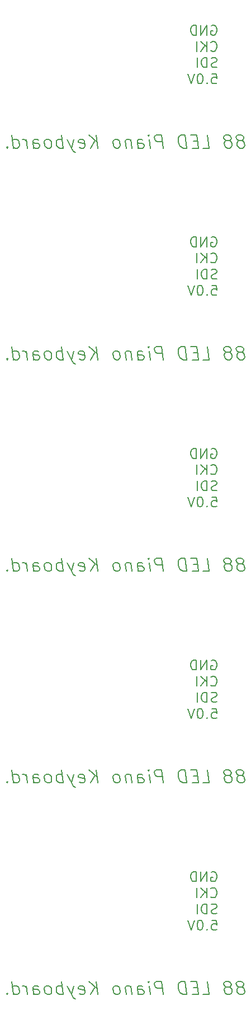
<source format=gbr>
G04 #@! TF.GenerationSoftware,KiCad,Pcbnew,(5.1.5)-3*
G04 #@! TF.CreationDate,2020-04-14T19:59:01+09:00*
G04 #@! TF.ProjectId,APA102_MENZUKE5_base,41504131-3032-45f4-9d45-4e5a554b4535,rev?*
G04 #@! TF.SameCoordinates,Original*
G04 #@! TF.FileFunction,Legend,Bot*
G04 #@! TF.FilePolarity,Positive*
%FSLAX46Y46*%
G04 Gerber Fmt 4.6, Leading zero omitted, Abs format (unit mm)*
G04 Created by KiCad (PCBNEW (5.1.5)-3) date 2020-04-14 19:59:01*
%MOMM*%
%LPD*%
G04 APERTURE LIST*
%ADD10C,0.200000*%
G04 APERTURE END LIST*
D10*
X356127142Y-178475000D02*
X356270000Y-178403571D01*
X356484285Y-178403571D01*
X356698571Y-178475000D01*
X356841428Y-178617857D01*
X356912857Y-178760714D01*
X356984285Y-179046428D01*
X356984285Y-179260714D01*
X356912857Y-179546428D01*
X356841428Y-179689285D01*
X356698571Y-179832142D01*
X356484285Y-179903571D01*
X356341428Y-179903571D01*
X356127142Y-179832142D01*
X356055714Y-179760714D01*
X356055714Y-179260714D01*
X356341428Y-179260714D01*
X355412857Y-179903571D02*
X355412857Y-178403571D01*
X354555714Y-179903571D01*
X354555714Y-178403571D01*
X353841428Y-179903571D02*
X353841428Y-178403571D01*
X353484285Y-178403571D01*
X353270000Y-178475000D01*
X353127142Y-178617857D01*
X353055714Y-178760714D01*
X352984285Y-179046428D01*
X352984285Y-179260714D01*
X353055714Y-179546428D01*
X353127142Y-179689285D01*
X353270000Y-179832142D01*
X353484285Y-179903571D01*
X353841428Y-179903571D01*
X356055714Y-182210714D02*
X356127142Y-182282142D01*
X356341428Y-182353571D01*
X356484285Y-182353571D01*
X356698571Y-182282142D01*
X356841428Y-182139285D01*
X356912857Y-181996428D01*
X356984285Y-181710714D01*
X356984285Y-181496428D01*
X356912857Y-181210714D01*
X356841428Y-181067857D01*
X356698571Y-180925000D01*
X356484285Y-180853571D01*
X356341428Y-180853571D01*
X356127142Y-180925000D01*
X356055714Y-180996428D01*
X355412857Y-182353571D02*
X355412857Y-180853571D01*
X354555714Y-182353571D02*
X355198571Y-181496428D01*
X354555714Y-180853571D02*
X355412857Y-181710714D01*
X353912857Y-182353571D02*
X353912857Y-180853571D01*
X356984285Y-184732142D02*
X356770000Y-184803571D01*
X356412857Y-184803571D01*
X356270000Y-184732142D01*
X356198571Y-184660714D01*
X356127142Y-184517857D01*
X356127142Y-184375000D01*
X356198571Y-184232142D01*
X356270000Y-184160714D01*
X356412857Y-184089285D01*
X356698571Y-184017857D01*
X356841428Y-183946428D01*
X356912857Y-183875000D01*
X356984285Y-183732142D01*
X356984285Y-183589285D01*
X356912857Y-183446428D01*
X356841428Y-183375000D01*
X356698571Y-183303571D01*
X356341428Y-183303571D01*
X356127142Y-183375000D01*
X355484285Y-184803571D02*
X355484285Y-183303571D01*
X355127142Y-183303571D01*
X354912857Y-183375000D01*
X354770000Y-183517857D01*
X354698571Y-183660714D01*
X354627142Y-183946428D01*
X354627142Y-184160714D01*
X354698571Y-184446428D01*
X354770000Y-184589285D01*
X354912857Y-184732142D01*
X355127142Y-184803571D01*
X355484285Y-184803571D01*
X353984285Y-184803571D02*
X353984285Y-183303571D01*
X356198571Y-185753571D02*
X356912857Y-185753571D01*
X356984285Y-186467857D01*
X356912857Y-186396428D01*
X356770000Y-186325000D01*
X356412857Y-186325000D01*
X356270000Y-186396428D01*
X356198571Y-186467857D01*
X356127142Y-186610714D01*
X356127142Y-186967857D01*
X356198571Y-187110714D01*
X356270000Y-187182142D01*
X356412857Y-187253571D01*
X356770000Y-187253571D01*
X356912857Y-187182142D01*
X356984285Y-187110714D01*
X355484285Y-187110714D02*
X355412857Y-187182142D01*
X355484285Y-187253571D01*
X355555714Y-187182142D01*
X355484285Y-187110714D01*
X355484285Y-187253571D01*
X354484285Y-185753571D02*
X354341428Y-185753571D01*
X354198571Y-185825000D01*
X354127142Y-185896428D01*
X354055714Y-186039285D01*
X353984285Y-186325000D01*
X353984285Y-186682142D01*
X354055714Y-186967857D01*
X354127142Y-187110714D01*
X354198571Y-187182142D01*
X354341428Y-187253571D01*
X354484285Y-187253571D01*
X354627142Y-187182142D01*
X354698571Y-187110714D01*
X354770000Y-186967857D01*
X354841428Y-186682142D01*
X354841428Y-186325000D01*
X354770000Y-186039285D01*
X354698571Y-185896428D01*
X354627142Y-185825000D01*
X354484285Y-185753571D01*
X353555714Y-185753571D02*
X353055714Y-187253571D01*
X352555714Y-185753571D01*
X356127142Y-146475000D02*
X356270000Y-146403571D01*
X356484285Y-146403571D01*
X356698571Y-146475000D01*
X356841428Y-146617857D01*
X356912857Y-146760714D01*
X356984285Y-147046428D01*
X356984285Y-147260714D01*
X356912857Y-147546428D01*
X356841428Y-147689285D01*
X356698571Y-147832142D01*
X356484285Y-147903571D01*
X356341428Y-147903571D01*
X356127142Y-147832142D01*
X356055714Y-147760714D01*
X356055714Y-147260714D01*
X356341428Y-147260714D01*
X355412857Y-147903571D02*
X355412857Y-146403571D01*
X354555714Y-147903571D01*
X354555714Y-146403571D01*
X353841428Y-147903571D02*
X353841428Y-146403571D01*
X353484285Y-146403571D01*
X353270000Y-146475000D01*
X353127142Y-146617857D01*
X353055714Y-146760714D01*
X352984285Y-147046428D01*
X352984285Y-147260714D01*
X353055714Y-147546428D01*
X353127142Y-147689285D01*
X353270000Y-147832142D01*
X353484285Y-147903571D01*
X353841428Y-147903571D01*
X356055714Y-150210714D02*
X356127142Y-150282142D01*
X356341428Y-150353571D01*
X356484285Y-150353571D01*
X356698571Y-150282142D01*
X356841428Y-150139285D01*
X356912857Y-149996428D01*
X356984285Y-149710714D01*
X356984285Y-149496428D01*
X356912857Y-149210714D01*
X356841428Y-149067857D01*
X356698571Y-148925000D01*
X356484285Y-148853571D01*
X356341428Y-148853571D01*
X356127142Y-148925000D01*
X356055714Y-148996428D01*
X355412857Y-150353571D02*
X355412857Y-148853571D01*
X354555714Y-150353571D02*
X355198571Y-149496428D01*
X354555714Y-148853571D02*
X355412857Y-149710714D01*
X353912857Y-150353571D02*
X353912857Y-148853571D01*
X356984285Y-152732142D02*
X356770000Y-152803571D01*
X356412857Y-152803571D01*
X356270000Y-152732142D01*
X356198571Y-152660714D01*
X356127142Y-152517857D01*
X356127142Y-152375000D01*
X356198571Y-152232142D01*
X356270000Y-152160714D01*
X356412857Y-152089285D01*
X356698571Y-152017857D01*
X356841428Y-151946428D01*
X356912857Y-151875000D01*
X356984285Y-151732142D01*
X356984285Y-151589285D01*
X356912857Y-151446428D01*
X356841428Y-151375000D01*
X356698571Y-151303571D01*
X356341428Y-151303571D01*
X356127142Y-151375000D01*
X355484285Y-152803571D02*
X355484285Y-151303571D01*
X355127142Y-151303571D01*
X354912857Y-151375000D01*
X354770000Y-151517857D01*
X354698571Y-151660714D01*
X354627142Y-151946428D01*
X354627142Y-152160714D01*
X354698571Y-152446428D01*
X354770000Y-152589285D01*
X354912857Y-152732142D01*
X355127142Y-152803571D01*
X355484285Y-152803571D01*
X353984285Y-152803571D02*
X353984285Y-151303571D01*
X356198571Y-153753571D02*
X356912857Y-153753571D01*
X356984285Y-154467857D01*
X356912857Y-154396428D01*
X356770000Y-154325000D01*
X356412857Y-154325000D01*
X356270000Y-154396428D01*
X356198571Y-154467857D01*
X356127142Y-154610714D01*
X356127142Y-154967857D01*
X356198571Y-155110714D01*
X356270000Y-155182142D01*
X356412857Y-155253571D01*
X356770000Y-155253571D01*
X356912857Y-155182142D01*
X356984285Y-155110714D01*
X355484285Y-155110714D02*
X355412857Y-155182142D01*
X355484285Y-155253571D01*
X355555714Y-155182142D01*
X355484285Y-155110714D01*
X355484285Y-155253571D01*
X354484285Y-153753571D02*
X354341428Y-153753571D01*
X354198571Y-153825000D01*
X354127142Y-153896428D01*
X354055714Y-154039285D01*
X353984285Y-154325000D01*
X353984285Y-154682142D01*
X354055714Y-154967857D01*
X354127142Y-155110714D01*
X354198571Y-155182142D01*
X354341428Y-155253571D01*
X354484285Y-155253571D01*
X354627142Y-155182142D01*
X354698571Y-155110714D01*
X354770000Y-154967857D01*
X354841428Y-154682142D01*
X354841428Y-154325000D01*
X354770000Y-154039285D01*
X354698571Y-153896428D01*
X354627142Y-153825000D01*
X354484285Y-153753571D01*
X353555714Y-153753571D02*
X353055714Y-155253571D01*
X352555714Y-153753571D01*
X356127142Y-114475000D02*
X356270000Y-114403571D01*
X356484285Y-114403571D01*
X356698571Y-114475000D01*
X356841428Y-114617857D01*
X356912857Y-114760714D01*
X356984285Y-115046428D01*
X356984285Y-115260714D01*
X356912857Y-115546428D01*
X356841428Y-115689285D01*
X356698571Y-115832142D01*
X356484285Y-115903571D01*
X356341428Y-115903571D01*
X356127142Y-115832142D01*
X356055714Y-115760714D01*
X356055714Y-115260714D01*
X356341428Y-115260714D01*
X355412857Y-115903571D02*
X355412857Y-114403571D01*
X354555714Y-115903571D01*
X354555714Y-114403571D01*
X353841428Y-115903571D02*
X353841428Y-114403571D01*
X353484285Y-114403571D01*
X353270000Y-114475000D01*
X353127142Y-114617857D01*
X353055714Y-114760714D01*
X352984285Y-115046428D01*
X352984285Y-115260714D01*
X353055714Y-115546428D01*
X353127142Y-115689285D01*
X353270000Y-115832142D01*
X353484285Y-115903571D01*
X353841428Y-115903571D01*
X356055714Y-118210714D02*
X356127142Y-118282142D01*
X356341428Y-118353571D01*
X356484285Y-118353571D01*
X356698571Y-118282142D01*
X356841428Y-118139285D01*
X356912857Y-117996428D01*
X356984285Y-117710714D01*
X356984285Y-117496428D01*
X356912857Y-117210714D01*
X356841428Y-117067857D01*
X356698571Y-116925000D01*
X356484285Y-116853571D01*
X356341428Y-116853571D01*
X356127142Y-116925000D01*
X356055714Y-116996428D01*
X355412857Y-118353571D02*
X355412857Y-116853571D01*
X354555714Y-118353571D02*
X355198571Y-117496428D01*
X354555714Y-116853571D02*
X355412857Y-117710714D01*
X353912857Y-118353571D02*
X353912857Y-116853571D01*
X356984285Y-120732142D02*
X356770000Y-120803571D01*
X356412857Y-120803571D01*
X356270000Y-120732142D01*
X356198571Y-120660714D01*
X356127142Y-120517857D01*
X356127142Y-120375000D01*
X356198571Y-120232142D01*
X356270000Y-120160714D01*
X356412857Y-120089285D01*
X356698571Y-120017857D01*
X356841428Y-119946428D01*
X356912857Y-119875000D01*
X356984285Y-119732142D01*
X356984285Y-119589285D01*
X356912857Y-119446428D01*
X356841428Y-119375000D01*
X356698571Y-119303571D01*
X356341428Y-119303571D01*
X356127142Y-119375000D01*
X355484285Y-120803571D02*
X355484285Y-119303571D01*
X355127142Y-119303571D01*
X354912857Y-119375000D01*
X354770000Y-119517857D01*
X354698571Y-119660714D01*
X354627142Y-119946428D01*
X354627142Y-120160714D01*
X354698571Y-120446428D01*
X354770000Y-120589285D01*
X354912857Y-120732142D01*
X355127142Y-120803571D01*
X355484285Y-120803571D01*
X353984285Y-120803571D02*
X353984285Y-119303571D01*
X356198571Y-121753571D02*
X356912857Y-121753571D01*
X356984285Y-122467857D01*
X356912857Y-122396428D01*
X356770000Y-122325000D01*
X356412857Y-122325000D01*
X356270000Y-122396428D01*
X356198571Y-122467857D01*
X356127142Y-122610714D01*
X356127142Y-122967857D01*
X356198571Y-123110714D01*
X356270000Y-123182142D01*
X356412857Y-123253571D01*
X356770000Y-123253571D01*
X356912857Y-123182142D01*
X356984285Y-123110714D01*
X355484285Y-123110714D02*
X355412857Y-123182142D01*
X355484285Y-123253571D01*
X355555714Y-123182142D01*
X355484285Y-123110714D01*
X355484285Y-123253571D01*
X354484285Y-121753571D02*
X354341428Y-121753571D01*
X354198571Y-121825000D01*
X354127142Y-121896428D01*
X354055714Y-122039285D01*
X353984285Y-122325000D01*
X353984285Y-122682142D01*
X354055714Y-122967857D01*
X354127142Y-123110714D01*
X354198571Y-123182142D01*
X354341428Y-123253571D01*
X354484285Y-123253571D01*
X354627142Y-123182142D01*
X354698571Y-123110714D01*
X354770000Y-122967857D01*
X354841428Y-122682142D01*
X354841428Y-122325000D01*
X354770000Y-122039285D01*
X354698571Y-121896428D01*
X354627142Y-121825000D01*
X354484285Y-121753571D01*
X353555714Y-121753571D02*
X353055714Y-123253571D01*
X352555714Y-121753571D01*
X356127142Y-82475000D02*
X356270000Y-82403571D01*
X356484285Y-82403571D01*
X356698571Y-82475000D01*
X356841428Y-82617857D01*
X356912857Y-82760714D01*
X356984285Y-83046428D01*
X356984285Y-83260714D01*
X356912857Y-83546428D01*
X356841428Y-83689285D01*
X356698571Y-83832142D01*
X356484285Y-83903571D01*
X356341428Y-83903571D01*
X356127142Y-83832142D01*
X356055714Y-83760714D01*
X356055714Y-83260714D01*
X356341428Y-83260714D01*
X355412857Y-83903571D02*
X355412857Y-82403571D01*
X354555714Y-83903571D01*
X354555714Y-82403571D01*
X353841428Y-83903571D02*
X353841428Y-82403571D01*
X353484285Y-82403571D01*
X353270000Y-82475000D01*
X353127142Y-82617857D01*
X353055714Y-82760714D01*
X352984285Y-83046428D01*
X352984285Y-83260714D01*
X353055714Y-83546428D01*
X353127142Y-83689285D01*
X353270000Y-83832142D01*
X353484285Y-83903571D01*
X353841428Y-83903571D01*
X356055714Y-86210714D02*
X356127142Y-86282142D01*
X356341428Y-86353571D01*
X356484285Y-86353571D01*
X356698571Y-86282142D01*
X356841428Y-86139285D01*
X356912857Y-85996428D01*
X356984285Y-85710714D01*
X356984285Y-85496428D01*
X356912857Y-85210714D01*
X356841428Y-85067857D01*
X356698571Y-84925000D01*
X356484285Y-84853571D01*
X356341428Y-84853571D01*
X356127142Y-84925000D01*
X356055714Y-84996428D01*
X355412857Y-86353571D02*
X355412857Y-84853571D01*
X354555714Y-86353571D02*
X355198571Y-85496428D01*
X354555714Y-84853571D02*
X355412857Y-85710714D01*
X353912857Y-86353571D02*
X353912857Y-84853571D01*
X356984285Y-88732142D02*
X356770000Y-88803571D01*
X356412857Y-88803571D01*
X356270000Y-88732142D01*
X356198571Y-88660714D01*
X356127142Y-88517857D01*
X356127142Y-88375000D01*
X356198571Y-88232142D01*
X356270000Y-88160714D01*
X356412857Y-88089285D01*
X356698571Y-88017857D01*
X356841428Y-87946428D01*
X356912857Y-87875000D01*
X356984285Y-87732142D01*
X356984285Y-87589285D01*
X356912857Y-87446428D01*
X356841428Y-87375000D01*
X356698571Y-87303571D01*
X356341428Y-87303571D01*
X356127142Y-87375000D01*
X355484285Y-88803571D02*
X355484285Y-87303571D01*
X355127142Y-87303571D01*
X354912857Y-87375000D01*
X354770000Y-87517857D01*
X354698571Y-87660714D01*
X354627142Y-87946428D01*
X354627142Y-88160714D01*
X354698571Y-88446428D01*
X354770000Y-88589285D01*
X354912857Y-88732142D01*
X355127142Y-88803571D01*
X355484285Y-88803571D01*
X353984285Y-88803571D02*
X353984285Y-87303571D01*
X356198571Y-89753571D02*
X356912857Y-89753571D01*
X356984285Y-90467857D01*
X356912857Y-90396428D01*
X356770000Y-90325000D01*
X356412857Y-90325000D01*
X356270000Y-90396428D01*
X356198571Y-90467857D01*
X356127142Y-90610714D01*
X356127142Y-90967857D01*
X356198571Y-91110714D01*
X356270000Y-91182142D01*
X356412857Y-91253571D01*
X356770000Y-91253571D01*
X356912857Y-91182142D01*
X356984285Y-91110714D01*
X355484285Y-91110714D02*
X355412857Y-91182142D01*
X355484285Y-91253571D01*
X355555714Y-91182142D01*
X355484285Y-91110714D01*
X355484285Y-91253571D01*
X354484285Y-89753571D02*
X354341428Y-89753571D01*
X354198571Y-89825000D01*
X354127142Y-89896428D01*
X354055714Y-90039285D01*
X353984285Y-90325000D01*
X353984285Y-90682142D01*
X354055714Y-90967857D01*
X354127142Y-91110714D01*
X354198571Y-91182142D01*
X354341428Y-91253571D01*
X354484285Y-91253571D01*
X354627142Y-91182142D01*
X354698571Y-91110714D01*
X354770000Y-90967857D01*
X354841428Y-90682142D01*
X354841428Y-90325000D01*
X354770000Y-90039285D01*
X354698571Y-89896428D01*
X354627142Y-89825000D01*
X354484285Y-89753571D01*
X353555714Y-89753571D02*
X353055714Y-91253571D01*
X352555714Y-89753571D01*
X360715654Y-195861904D02*
X360894226Y-195766666D01*
X360977559Y-195671428D01*
X361048988Y-195480952D01*
X361037083Y-195385714D01*
X360918035Y-195195238D01*
X360810892Y-195100000D01*
X360608511Y-195004761D01*
X360227559Y-195004761D01*
X360048988Y-195100000D01*
X359965654Y-195195238D01*
X359894226Y-195385714D01*
X359906130Y-195480952D01*
X360025178Y-195671428D01*
X360132321Y-195766666D01*
X360334702Y-195861904D01*
X360715654Y-195861904D01*
X360918035Y-195957142D01*
X361025178Y-196052380D01*
X361144226Y-196242857D01*
X361191845Y-196623809D01*
X361120416Y-196814285D01*
X361037083Y-196909523D01*
X360858511Y-197004761D01*
X360477559Y-197004761D01*
X360275178Y-196909523D01*
X360168035Y-196814285D01*
X360048988Y-196623809D01*
X360001369Y-196242857D01*
X360072797Y-196052380D01*
X360156130Y-195957142D01*
X360334702Y-195861904D01*
X358810892Y-195861904D02*
X358989464Y-195766666D01*
X359072797Y-195671428D01*
X359144226Y-195480952D01*
X359132321Y-195385714D01*
X359013273Y-195195238D01*
X358906130Y-195100000D01*
X358703750Y-195004761D01*
X358322797Y-195004761D01*
X358144226Y-195100000D01*
X358060892Y-195195238D01*
X357989464Y-195385714D01*
X358001369Y-195480952D01*
X358120416Y-195671428D01*
X358227559Y-195766666D01*
X358429940Y-195861904D01*
X358810892Y-195861904D01*
X359013273Y-195957142D01*
X359120416Y-196052380D01*
X359239464Y-196242857D01*
X359287083Y-196623809D01*
X359215654Y-196814285D01*
X359132321Y-196909523D01*
X358953750Y-197004761D01*
X358572797Y-197004761D01*
X358370416Y-196909523D01*
X358263273Y-196814285D01*
X358144226Y-196623809D01*
X358096607Y-196242857D01*
X358168035Y-196052380D01*
X358251369Y-195957142D01*
X358429940Y-195861904D01*
X354858511Y-197004761D02*
X355810892Y-197004761D01*
X355560892Y-195004761D01*
X354060892Y-195957142D02*
X353394226Y-195957142D01*
X353239464Y-197004761D02*
X354191845Y-197004761D01*
X353941845Y-195004761D01*
X352989464Y-195004761D01*
X352382321Y-197004761D02*
X352132321Y-195004761D01*
X351656130Y-195004761D01*
X351382321Y-195100000D01*
X351215654Y-195290476D01*
X351144226Y-195480952D01*
X351096607Y-195861904D01*
X351132321Y-196147619D01*
X351275178Y-196528571D01*
X351394226Y-196719047D01*
X351608511Y-196909523D01*
X351906130Y-197004761D01*
X352382321Y-197004761D01*
X348858511Y-197004761D02*
X348608511Y-195004761D01*
X347846607Y-195004761D01*
X347668035Y-195100000D01*
X347584702Y-195195238D01*
X347513273Y-195385714D01*
X347548988Y-195671428D01*
X347668035Y-195861904D01*
X347775178Y-195957142D01*
X347977559Y-196052380D01*
X348739464Y-196052380D01*
X346858511Y-197004761D02*
X346691845Y-195671428D01*
X346608511Y-195004761D02*
X346715654Y-195100000D01*
X346632321Y-195195238D01*
X346525178Y-195100000D01*
X346608511Y-195004761D01*
X346632321Y-195195238D01*
X345048988Y-197004761D02*
X344918035Y-195957142D01*
X344989464Y-195766666D01*
X345168035Y-195671428D01*
X345548988Y-195671428D01*
X345751369Y-195766666D01*
X345037083Y-196909523D02*
X345239464Y-197004761D01*
X345715654Y-197004761D01*
X345894226Y-196909523D01*
X345965654Y-196719047D01*
X345941845Y-196528571D01*
X345822797Y-196338095D01*
X345620416Y-196242857D01*
X345144226Y-196242857D01*
X344941845Y-196147619D01*
X343929940Y-195671428D02*
X344096607Y-197004761D01*
X343953750Y-195861904D02*
X343846607Y-195766666D01*
X343644226Y-195671428D01*
X343358511Y-195671428D01*
X343179940Y-195766666D01*
X343108511Y-195957142D01*
X343239464Y-197004761D01*
X342001369Y-197004761D02*
X342179940Y-196909523D01*
X342263273Y-196814285D01*
X342334702Y-196623809D01*
X342263273Y-196052380D01*
X342144226Y-195861904D01*
X342037083Y-195766666D01*
X341834702Y-195671428D01*
X341548988Y-195671428D01*
X341370416Y-195766666D01*
X341287083Y-195861904D01*
X341215654Y-196052380D01*
X341287083Y-196623809D01*
X341406130Y-196814285D01*
X341513273Y-196909523D01*
X341715654Y-197004761D01*
X342001369Y-197004761D01*
X338953750Y-197004761D02*
X338703750Y-195004761D01*
X337810892Y-197004761D02*
X338525178Y-195861904D01*
X337560892Y-195004761D02*
X338846607Y-196147619D01*
X336179940Y-196909523D02*
X336382321Y-197004761D01*
X336763273Y-197004761D01*
X336941845Y-196909523D01*
X337013273Y-196719047D01*
X336918035Y-195957142D01*
X336798988Y-195766666D01*
X336596607Y-195671428D01*
X336215654Y-195671428D01*
X336037083Y-195766666D01*
X335965654Y-195957142D01*
X335989464Y-196147619D01*
X336965654Y-196338095D01*
X335263273Y-195671428D02*
X334953750Y-197004761D01*
X334310892Y-195671428D02*
X334953750Y-197004761D01*
X335203750Y-197480952D01*
X335310892Y-197576190D01*
X335513273Y-197671428D01*
X333715654Y-197004761D02*
X333465654Y-195004761D01*
X333560892Y-195766666D02*
X333358511Y-195671428D01*
X332977559Y-195671428D01*
X332798988Y-195766666D01*
X332715654Y-195861904D01*
X332644226Y-196052380D01*
X332715654Y-196623809D01*
X332834702Y-196814285D01*
X332941845Y-196909523D01*
X333144226Y-197004761D01*
X333525178Y-197004761D01*
X333703750Y-196909523D01*
X331620416Y-197004761D02*
X331798988Y-196909523D01*
X331882321Y-196814285D01*
X331953750Y-196623809D01*
X331882321Y-196052380D01*
X331763273Y-195861904D01*
X331656130Y-195766666D01*
X331453750Y-195671428D01*
X331168035Y-195671428D01*
X330989464Y-195766666D01*
X330906130Y-195861904D01*
X330834702Y-196052380D01*
X330906130Y-196623809D01*
X331025178Y-196814285D01*
X331132321Y-196909523D01*
X331334702Y-197004761D01*
X331620416Y-197004761D01*
X329239464Y-197004761D02*
X329108511Y-195957142D01*
X329179940Y-195766666D01*
X329358511Y-195671428D01*
X329739464Y-195671428D01*
X329941845Y-195766666D01*
X329227559Y-196909523D02*
X329429940Y-197004761D01*
X329906130Y-197004761D01*
X330084702Y-196909523D01*
X330156130Y-196719047D01*
X330132321Y-196528571D01*
X330013273Y-196338095D01*
X329810892Y-196242857D01*
X329334702Y-196242857D01*
X329132321Y-196147619D01*
X328287083Y-197004761D02*
X328120416Y-195671428D01*
X328168035Y-196052380D02*
X328048988Y-195861904D01*
X327941845Y-195766666D01*
X327739464Y-195671428D01*
X327548988Y-195671428D01*
X326191845Y-197004761D02*
X325941845Y-195004761D01*
X326179940Y-196909523D02*
X326382321Y-197004761D01*
X326763273Y-197004761D01*
X326941845Y-196909523D01*
X327025178Y-196814285D01*
X327096607Y-196623809D01*
X327025178Y-196052380D01*
X326906130Y-195861904D01*
X326798988Y-195766666D01*
X326596607Y-195671428D01*
X326215654Y-195671428D01*
X326037083Y-195766666D01*
X325215654Y-196814285D02*
X325132321Y-196909523D01*
X325239464Y-197004761D01*
X325322797Y-196909523D01*
X325215654Y-196814285D01*
X325239464Y-197004761D01*
X360715654Y-163861904D02*
X360894226Y-163766666D01*
X360977559Y-163671428D01*
X361048988Y-163480952D01*
X361037083Y-163385714D01*
X360918035Y-163195238D01*
X360810892Y-163100000D01*
X360608511Y-163004761D01*
X360227559Y-163004761D01*
X360048988Y-163100000D01*
X359965654Y-163195238D01*
X359894226Y-163385714D01*
X359906130Y-163480952D01*
X360025178Y-163671428D01*
X360132321Y-163766666D01*
X360334702Y-163861904D01*
X360715654Y-163861904D01*
X360918035Y-163957142D01*
X361025178Y-164052380D01*
X361144226Y-164242857D01*
X361191845Y-164623809D01*
X361120416Y-164814285D01*
X361037083Y-164909523D01*
X360858511Y-165004761D01*
X360477559Y-165004761D01*
X360275178Y-164909523D01*
X360168035Y-164814285D01*
X360048988Y-164623809D01*
X360001369Y-164242857D01*
X360072797Y-164052380D01*
X360156130Y-163957142D01*
X360334702Y-163861904D01*
X358810892Y-163861904D02*
X358989464Y-163766666D01*
X359072797Y-163671428D01*
X359144226Y-163480952D01*
X359132321Y-163385714D01*
X359013273Y-163195238D01*
X358906130Y-163100000D01*
X358703750Y-163004761D01*
X358322797Y-163004761D01*
X358144226Y-163100000D01*
X358060892Y-163195238D01*
X357989464Y-163385714D01*
X358001369Y-163480952D01*
X358120416Y-163671428D01*
X358227559Y-163766666D01*
X358429940Y-163861904D01*
X358810892Y-163861904D01*
X359013273Y-163957142D01*
X359120416Y-164052380D01*
X359239464Y-164242857D01*
X359287083Y-164623809D01*
X359215654Y-164814285D01*
X359132321Y-164909523D01*
X358953750Y-165004761D01*
X358572797Y-165004761D01*
X358370416Y-164909523D01*
X358263273Y-164814285D01*
X358144226Y-164623809D01*
X358096607Y-164242857D01*
X358168035Y-164052380D01*
X358251369Y-163957142D01*
X358429940Y-163861904D01*
X354858511Y-165004761D02*
X355810892Y-165004761D01*
X355560892Y-163004761D01*
X354060892Y-163957142D02*
X353394226Y-163957142D01*
X353239464Y-165004761D02*
X354191845Y-165004761D01*
X353941845Y-163004761D01*
X352989464Y-163004761D01*
X352382321Y-165004761D02*
X352132321Y-163004761D01*
X351656130Y-163004761D01*
X351382321Y-163100000D01*
X351215654Y-163290476D01*
X351144226Y-163480952D01*
X351096607Y-163861904D01*
X351132321Y-164147619D01*
X351275178Y-164528571D01*
X351394226Y-164719047D01*
X351608511Y-164909523D01*
X351906130Y-165004761D01*
X352382321Y-165004761D01*
X348858511Y-165004761D02*
X348608511Y-163004761D01*
X347846607Y-163004761D01*
X347668035Y-163100000D01*
X347584702Y-163195238D01*
X347513273Y-163385714D01*
X347548988Y-163671428D01*
X347668035Y-163861904D01*
X347775178Y-163957142D01*
X347977559Y-164052380D01*
X348739464Y-164052380D01*
X346858511Y-165004761D02*
X346691845Y-163671428D01*
X346608511Y-163004761D02*
X346715654Y-163100000D01*
X346632321Y-163195238D01*
X346525178Y-163100000D01*
X346608511Y-163004761D01*
X346632321Y-163195238D01*
X345048988Y-165004761D02*
X344918035Y-163957142D01*
X344989464Y-163766666D01*
X345168035Y-163671428D01*
X345548988Y-163671428D01*
X345751369Y-163766666D01*
X345037083Y-164909523D02*
X345239464Y-165004761D01*
X345715654Y-165004761D01*
X345894226Y-164909523D01*
X345965654Y-164719047D01*
X345941845Y-164528571D01*
X345822797Y-164338095D01*
X345620416Y-164242857D01*
X345144226Y-164242857D01*
X344941845Y-164147619D01*
X343929940Y-163671428D02*
X344096607Y-165004761D01*
X343953750Y-163861904D02*
X343846607Y-163766666D01*
X343644226Y-163671428D01*
X343358511Y-163671428D01*
X343179940Y-163766666D01*
X343108511Y-163957142D01*
X343239464Y-165004761D01*
X342001369Y-165004761D02*
X342179940Y-164909523D01*
X342263273Y-164814285D01*
X342334702Y-164623809D01*
X342263273Y-164052380D01*
X342144226Y-163861904D01*
X342037083Y-163766666D01*
X341834702Y-163671428D01*
X341548988Y-163671428D01*
X341370416Y-163766666D01*
X341287083Y-163861904D01*
X341215654Y-164052380D01*
X341287083Y-164623809D01*
X341406130Y-164814285D01*
X341513273Y-164909523D01*
X341715654Y-165004761D01*
X342001369Y-165004761D01*
X338953750Y-165004761D02*
X338703750Y-163004761D01*
X337810892Y-165004761D02*
X338525178Y-163861904D01*
X337560892Y-163004761D02*
X338846607Y-164147619D01*
X336179940Y-164909523D02*
X336382321Y-165004761D01*
X336763273Y-165004761D01*
X336941845Y-164909523D01*
X337013273Y-164719047D01*
X336918035Y-163957142D01*
X336798988Y-163766666D01*
X336596607Y-163671428D01*
X336215654Y-163671428D01*
X336037083Y-163766666D01*
X335965654Y-163957142D01*
X335989464Y-164147619D01*
X336965654Y-164338095D01*
X335263273Y-163671428D02*
X334953750Y-165004761D01*
X334310892Y-163671428D02*
X334953750Y-165004761D01*
X335203750Y-165480952D01*
X335310892Y-165576190D01*
X335513273Y-165671428D01*
X333715654Y-165004761D02*
X333465654Y-163004761D01*
X333560892Y-163766666D02*
X333358511Y-163671428D01*
X332977559Y-163671428D01*
X332798988Y-163766666D01*
X332715654Y-163861904D01*
X332644226Y-164052380D01*
X332715654Y-164623809D01*
X332834702Y-164814285D01*
X332941845Y-164909523D01*
X333144226Y-165004761D01*
X333525178Y-165004761D01*
X333703750Y-164909523D01*
X331620416Y-165004761D02*
X331798988Y-164909523D01*
X331882321Y-164814285D01*
X331953750Y-164623809D01*
X331882321Y-164052380D01*
X331763273Y-163861904D01*
X331656130Y-163766666D01*
X331453750Y-163671428D01*
X331168035Y-163671428D01*
X330989464Y-163766666D01*
X330906130Y-163861904D01*
X330834702Y-164052380D01*
X330906130Y-164623809D01*
X331025178Y-164814285D01*
X331132321Y-164909523D01*
X331334702Y-165004761D01*
X331620416Y-165004761D01*
X329239464Y-165004761D02*
X329108511Y-163957142D01*
X329179940Y-163766666D01*
X329358511Y-163671428D01*
X329739464Y-163671428D01*
X329941845Y-163766666D01*
X329227559Y-164909523D02*
X329429940Y-165004761D01*
X329906130Y-165004761D01*
X330084702Y-164909523D01*
X330156130Y-164719047D01*
X330132321Y-164528571D01*
X330013273Y-164338095D01*
X329810892Y-164242857D01*
X329334702Y-164242857D01*
X329132321Y-164147619D01*
X328287083Y-165004761D02*
X328120416Y-163671428D01*
X328168035Y-164052380D02*
X328048988Y-163861904D01*
X327941845Y-163766666D01*
X327739464Y-163671428D01*
X327548988Y-163671428D01*
X326191845Y-165004761D02*
X325941845Y-163004761D01*
X326179940Y-164909523D02*
X326382321Y-165004761D01*
X326763273Y-165004761D01*
X326941845Y-164909523D01*
X327025178Y-164814285D01*
X327096607Y-164623809D01*
X327025178Y-164052380D01*
X326906130Y-163861904D01*
X326798988Y-163766666D01*
X326596607Y-163671428D01*
X326215654Y-163671428D01*
X326037083Y-163766666D01*
X325215654Y-164814285D02*
X325132321Y-164909523D01*
X325239464Y-165004761D01*
X325322797Y-164909523D01*
X325215654Y-164814285D01*
X325239464Y-165004761D01*
X360715654Y-131861904D02*
X360894226Y-131766666D01*
X360977559Y-131671428D01*
X361048988Y-131480952D01*
X361037083Y-131385714D01*
X360918035Y-131195238D01*
X360810892Y-131100000D01*
X360608511Y-131004761D01*
X360227559Y-131004761D01*
X360048988Y-131100000D01*
X359965654Y-131195238D01*
X359894226Y-131385714D01*
X359906130Y-131480952D01*
X360025178Y-131671428D01*
X360132321Y-131766666D01*
X360334702Y-131861904D01*
X360715654Y-131861904D01*
X360918035Y-131957142D01*
X361025178Y-132052380D01*
X361144226Y-132242857D01*
X361191845Y-132623809D01*
X361120416Y-132814285D01*
X361037083Y-132909523D01*
X360858511Y-133004761D01*
X360477559Y-133004761D01*
X360275178Y-132909523D01*
X360168035Y-132814285D01*
X360048988Y-132623809D01*
X360001369Y-132242857D01*
X360072797Y-132052380D01*
X360156130Y-131957142D01*
X360334702Y-131861904D01*
X358810892Y-131861904D02*
X358989464Y-131766666D01*
X359072797Y-131671428D01*
X359144226Y-131480952D01*
X359132321Y-131385714D01*
X359013273Y-131195238D01*
X358906130Y-131100000D01*
X358703750Y-131004761D01*
X358322797Y-131004761D01*
X358144226Y-131100000D01*
X358060892Y-131195238D01*
X357989464Y-131385714D01*
X358001369Y-131480952D01*
X358120416Y-131671428D01*
X358227559Y-131766666D01*
X358429940Y-131861904D01*
X358810892Y-131861904D01*
X359013273Y-131957142D01*
X359120416Y-132052380D01*
X359239464Y-132242857D01*
X359287083Y-132623809D01*
X359215654Y-132814285D01*
X359132321Y-132909523D01*
X358953750Y-133004761D01*
X358572797Y-133004761D01*
X358370416Y-132909523D01*
X358263273Y-132814285D01*
X358144226Y-132623809D01*
X358096607Y-132242857D01*
X358168035Y-132052380D01*
X358251369Y-131957142D01*
X358429940Y-131861904D01*
X354858511Y-133004761D02*
X355810892Y-133004761D01*
X355560892Y-131004761D01*
X354060892Y-131957142D02*
X353394226Y-131957142D01*
X353239464Y-133004761D02*
X354191845Y-133004761D01*
X353941845Y-131004761D01*
X352989464Y-131004761D01*
X352382321Y-133004761D02*
X352132321Y-131004761D01*
X351656130Y-131004761D01*
X351382321Y-131100000D01*
X351215654Y-131290476D01*
X351144226Y-131480952D01*
X351096607Y-131861904D01*
X351132321Y-132147619D01*
X351275178Y-132528571D01*
X351394226Y-132719047D01*
X351608511Y-132909523D01*
X351906130Y-133004761D01*
X352382321Y-133004761D01*
X348858511Y-133004761D02*
X348608511Y-131004761D01*
X347846607Y-131004761D01*
X347668035Y-131100000D01*
X347584702Y-131195238D01*
X347513273Y-131385714D01*
X347548988Y-131671428D01*
X347668035Y-131861904D01*
X347775178Y-131957142D01*
X347977559Y-132052380D01*
X348739464Y-132052380D01*
X346858511Y-133004761D02*
X346691845Y-131671428D01*
X346608511Y-131004761D02*
X346715654Y-131100000D01*
X346632321Y-131195238D01*
X346525178Y-131100000D01*
X346608511Y-131004761D01*
X346632321Y-131195238D01*
X345048988Y-133004761D02*
X344918035Y-131957142D01*
X344989464Y-131766666D01*
X345168035Y-131671428D01*
X345548988Y-131671428D01*
X345751369Y-131766666D01*
X345037083Y-132909523D02*
X345239464Y-133004761D01*
X345715654Y-133004761D01*
X345894226Y-132909523D01*
X345965654Y-132719047D01*
X345941845Y-132528571D01*
X345822797Y-132338095D01*
X345620416Y-132242857D01*
X345144226Y-132242857D01*
X344941845Y-132147619D01*
X343929940Y-131671428D02*
X344096607Y-133004761D01*
X343953750Y-131861904D02*
X343846607Y-131766666D01*
X343644226Y-131671428D01*
X343358511Y-131671428D01*
X343179940Y-131766666D01*
X343108511Y-131957142D01*
X343239464Y-133004761D01*
X342001369Y-133004761D02*
X342179940Y-132909523D01*
X342263273Y-132814285D01*
X342334702Y-132623809D01*
X342263273Y-132052380D01*
X342144226Y-131861904D01*
X342037083Y-131766666D01*
X341834702Y-131671428D01*
X341548988Y-131671428D01*
X341370416Y-131766666D01*
X341287083Y-131861904D01*
X341215654Y-132052380D01*
X341287083Y-132623809D01*
X341406130Y-132814285D01*
X341513273Y-132909523D01*
X341715654Y-133004761D01*
X342001369Y-133004761D01*
X338953750Y-133004761D02*
X338703750Y-131004761D01*
X337810892Y-133004761D02*
X338525178Y-131861904D01*
X337560892Y-131004761D02*
X338846607Y-132147619D01*
X336179940Y-132909523D02*
X336382321Y-133004761D01*
X336763273Y-133004761D01*
X336941845Y-132909523D01*
X337013273Y-132719047D01*
X336918035Y-131957142D01*
X336798988Y-131766666D01*
X336596607Y-131671428D01*
X336215654Y-131671428D01*
X336037083Y-131766666D01*
X335965654Y-131957142D01*
X335989464Y-132147619D01*
X336965654Y-132338095D01*
X335263273Y-131671428D02*
X334953750Y-133004761D01*
X334310892Y-131671428D02*
X334953750Y-133004761D01*
X335203750Y-133480952D01*
X335310892Y-133576190D01*
X335513273Y-133671428D01*
X333715654Y-133004761D02*
X333465654Y-131004761D01*
X333560892Y-131766666D02*
X333358511Y-131671428D01*
X332977559Y-131671428D01*
X332798988Y-131766666D01*
X332715654Y-131861904D01*
X332644226Y-132052380D01*
X332715654Y-132623809D01*
X332834702Y-132814285D01*
X332941845Y-132909523D01*
X333144226Y-133004761D01*
X333525178Y-133004761D01*
X333703750Y-132909523D01*
X331620416Y-133004761D02*
X331798988Y-132909523D01*
X331882321Y-132814285D01*
X331953750Y-132623809D01*
X331882321Y-132052380D01*
X331763273Y-131861904D01*
X331656130Y-131766666D01*
X331453750Y-131671428D01*
X331168035Y-131671428D01*
X330989464Y-131766666D01*
X330906130Y-131861904D01*
X330834702Y-132052380D01*
X330906130Y-132623809D01*
X331025178Y-132814285D01*
X331132321Y-132909523D01*
X331334702Y-133004761D01*
X331620416Y-133004761D01*
X329239464Y-133004761D02*
X329108511Y-131957142D01*
X329179940Y-131766666D01*
X329358511Y-131671428D01*
X329739464Y-131671428D01*
X329941845Y-131766666D01*
X329227559Y-132909523D02*
X329429940Y-133004761D01*
X329906130Y-133004761D01*
X330084702Y-132909523D01*
X330156130Y-132719047D01*
X330132321Y-132528571D01*
X330013273Y-132338095D01*
X329810892Y-132242857D01*
X329334702Y-132242857D01*
X329132321Y-132147619D01*
X328287083Y-133004761D02*
X328120416Y-131671428D01*
X328168035Y-132052380D02*
X328048988Y-131861904D01*
X327941845Y-131766666D01*
X327739464Y-131671428D01*
X327548988Y-131671428D01*
X326191845Y-133004761D02*
X325941845Y-131004761D01*
X326179940Y-132909523D02*
X326382321Y-133004761D01*
X326763273Y-133004761D01*
X326941845Y-132909523D01*
X327025178Y-132814285D01*
X327096607Y-132623809D01*
X327025178Y-132052380D01*
X326906130Y-131861904D01*
X326798988Y-131766666D01*
X326596607Y-131671428D01*
X326215654Y-131671428D01*
X326037083Y-131766666D01*
X325215654Y-132814285D02*
X325132321Y-132909523D01*
X325239464Y-133004761D01*
X325322797Y-132909523D01*
X325215654Y-132814285D01*
X325239464Y-133004761D01*
X360715654Y-99861904D02*
X360894226Y-99766666D01*
X360977559Y-99671428D01*
X361048988Y-99480952D01*
X361037083Y-99385714D01*
X360918035Y-99195238D01*
X360810892Y-99100000D01*
X360608511Y-99004761D01*
X360227559Y-99004761D01*
X360048988Y-99100000D01*
X359965654Y-99195238D01*
X359894226Y-99385714D01*
X359906130Y-99480952D01*
X360025178Y-99671428D01*
X360132321Y-99766666D01*
X360334702Y-99861904D01*
X360715654Y-99861904D01*
X360918035Y-99957142D01*
X361025178Y-100052380D01*
X361144226Y-100242857D01*
X361191845Y-100623809D01*
X361120416Y-100814285D01*
X361037083Y-100909523D01*
X360858511Y-101004761D01*
X360477559Y-101004761D01*
X360275178Y-100909523D01*
X360168035Y-100814285D01*
X360048988Y-100623809D01*
X360001369Y-100242857D01*
X360072797Y-100052380D01*
X360156130Y-99957142D01*
X360334702Y-99861904D01*
X358810892Y-99861904D02*
X358989464Y-99766666D01*
X359072797Y-99671428D01*
X359144226Y-99480952D01*
X359132321Y-99385714D01*
X359013273Y-99195238D01*
X358906130Y-99100000D01*
X358703750Y-99004761D01*
X358322797Y-99004761D01*
X358144226Y-99100000D01*
X358060892Y-99195238D01*
X357989464Y-99385714D01*
X358001369Y-99480952D01*
X358120416Y-99671428D01*
X358227559Y-99766666D01*
X358429940Y-99861904D01*
X358810892Y-99861904D01*
X359013273Y-99957142D01*
X359120416Y-100052380D01*
X359239464Y-100242857D01*
X359287083Y-100623809D01*
X359215654Y-100814285D01*
X359132321Y-100909523D01*
X358953750Y-101004761D01*
X358572797Y-101004761D01*
X358370416Y-100909523D01*
X358263273Y-100814285D01*
X358144226Y-100623809D01*
X358096607Y-100242857D01*
X358168035Y-100052380D01*
X358251369Y-99957142D01*
X358429940Y-99861904D01*
X354858511Y-101004761D02*
X355810892Y-101004761D01*
X355560892Y-99004761D01*
X354060892Y-99957142D02*
X353394226Y-99957142D01*
X353239464Y-101004761D02*
X354191845Y-101004761D01*
X353941845Y-99004761D01*
X352989464Y-99004761D01*
X352382321Y-101004761D02*
X352132321Y-99004761D01*
X351656130Y-99004761D01*
X351382321Y-99100000D01*
X351215654Y-99290476D01*
X351144226Y-99480952D01*
X351096607Y-99861904D01*
X351132321Y-100147619D01*
X351275178Y-100528571D01*
X351394226Y-100719047D01*
X351608511Y-100909523D01*
X351906130Y-101004761D01*
X352382321Y-101004761D01*
X348858511Y-101004761D02*
X348608511Y-99004761D01*
X347846607Y-99004761D01*
X347668035Y-99100000D01*
X347584702Y-99195238D01*
X347513273Y-99385714D01*
X347548988Y-99671428D01*
X347668035Y-99861904D01*
X347775178Y-99957142D01*
X347977559Y-100052380D01*
X348739464Y-100052380D01*
X346858511Y-101004761D02*
X346691845Y-99671428D01*
X346608511Y-99004761D02*
X346715654Y-99100000D01*
X346632321Y-99195238D01*
X346525178Y-99100000D01*
X346608511Y-99004761D01*
X346632321Y-99195238D01*
X345048988Y-101004761D02*
X344918035Y-99957142D01*
X344989464Y-99766666D01*
X345168035Y-99671428D01*
X345548988Y-99671428D01*
X345751369Y-99766666D01*
X345037083Y-100909523D02*
X345239464Y-101004761D01*
X345715654Y-101004761D01*
X345894226Y-100909523D01*
X345965654Y-100719047D01*
X345941845Y-100528571D01*
X345822797Y-100338095D01*
X345620416Y-100242857D01*
X345144226Y-100242857D01*
X344941845Y-100147619D01*
X343929940Y-99671428D02*
X344096607Y-101004761D01*
X343953750Y-99861904D02*
X343846607Y-99766666D01*
X343644226Y-99671428D01*
X343358511Y-99671428D01*
X343179940Y-99766666D01*
X343108511Y-99957142D01*
X343239464Y-101004761D01*
X342001369Y-101004761D02*
X342179940Y-100909523D01*
X342263273Y-100814285D01*
X342334702Y-100623809D01*
X342263273Y-100052380D01*
X342144226Y-99861904D01*
X342037083Y-99766666D01*
X341834702Y-99671428D01*
X341548988Y-99671428D01*
X341370416Y-99766666D01*
X341287083Y-99861904D01*
X341215654Y-100052380D01*
X341287083Y-100623809D01*
X341406130Y-100814285D01*
X341513273Y-100909523D01*
X341715654Y-101004761D01*
X342001369Y-101004761D01*
X338953750Y-101004761D02*
X338703750Y-99004761D01*
X337810892Y-101004761D02*
X338525178Y-99861904D01*
X337560892Y-99004761D02*
X338846607Y-100147619D01*
X336179940Y-100909523D02*
X336382321Y-101004761D01*
X336763273Y-101004761D01*
X336941845Y-100909523D01*
X337013273Y-100719047D01*
X336918035Y-99957142D01*
X336798988Y-99766666D01*
X336596607Y-99671428D01*
X336215654Y-99671428D01*
X336037083Y-99766666D01*
X335965654Y-99957142D01*
X335989464Y-100147619D01*
X336965654Y-100338095D01*
X335263273Y-99671428D02*
X334953750Y-101004761D01*
X334310892Y-99671428D02*
X334953750Y-101004761D01*
X335203750Y-101480952D01*
X335310892Y-101576190D01*
X335513273Y-101671428D01*
X333715654Y-101004761D02*
X333465654Y-99004761D01*
X333560892Y-99766666D02*
X333358511Y-99671428D01*
X332977559Y-99671428D01*
X332798988Y-99766666D01*
X332715654Y-99861904D01*
X332644226Y-100052380D01*
X332715654Y-100623809D01*
X332834702Y-100814285D01*
X332941845Y-100909523D01*
X333144226Y-101004761D01*
X333525178Y-101004761D01*
X333703750Y-100909523D01*
X331620416Y-101004761D02*
X331798988Y-100909523D01*
X331882321Y-100814285D01*
X331953750Y-100623809D01*
X331882321Y-100052380D01*
X331763273Y-99861904D01*
X331656130Y-99766666D01*
X331453750Y-99671428D01*
X331168035Y-99671428D01*
X330989464Y-99766666D01*
X330906130Y-99861904D01*
X330834702Y-100052380D01*
X330906130Y-100623809D01*
X331025178Y-100814285D01*
X331132321Y-100909523D01*
X331334702Y-101004761D01*
X331620416Y-101004761D01*
X329239464Y-101004761D02*
X329108511Y-99957142D01*
X329179940Y-99766666D01*
X329358511Y-99671428D01*
X329739464Y-99671428D01*
X329941845Y-99766666D01*
X329227559Y-100909523D02*
X329429940Y-101004761D01*
X329906130Y-101004761D01*
X330084702Y-100909523D01*
X330156130Y-100719047D01*
X330132321Y-100528571D01*
X330013273Y-100338095D01*
X329810892Y-100242857D01*
X329334702Y-100242857D01*
X329132321Y-100147619D01*
X328287083Y-101004761D02*
X328120416Y-99671428D01*
X328168035Y-100052380D02*
X328048988Y-99861904D01*
X327941845Y-99766666D01*
X327739464Y-99671428D01*
X327548988Y-99671428D01*
X326191845Y-101004761D02*
X325941845Y-99004761D01*
X326179940Y-100909523D02*
X326382321Y-101004761D01*
X326763273Y-101004761D01*
X326941845Y-100909523D01*
X327025178Y-100814285D01*
X327096607Y-100623809D01*
X327025178Y-100052380D01*
X326906130Y-99861904D01*
X326798988Y-99766666D01*
X326596607Y-99671428D01*
X326215654Y-99671428D01*
X326037083Y-99766666D01*
X325215654Y-100814285D02*
X325132321Y-100909523D01*
X325239464Y-101004761D01*
X325322797Y-100909523D01*
X325215654Y-100814285D01*
X325239464Y-101004761D01*
X360715654Y-67861904D02*
X360894226Y-67766666D01*
X360977559Y-67671428D01*
X361048988Y-67480952D01*
X361037083Y-67385714D01*
X360918035Y-67195238D01*
X360810892Y-67100000D01*
X360608511Y-67004761D01*
X360227559Y-67004761D01*
X360048988Y-67100000D01*
X359965654Y-67195238D01*
X359894226Y-67385714D01*
X359906130Y-67480952D01*
X360025178Y-67671428D01*
X360132321Y-67766666D01*
X360334702Y-67861904D01*
X360715654Y-67861904D01*
X360918035Y-67957142D01*
X361025178Y-68052380D01*
X361144226Y-68242857D01*
X361191845Y-68623809D01*
X361120416Y-68814285D01*
X361037083Y-68909523D01*
X360858511Y-69004761D01*
X360477559Y-69004761D01*
X360275178Y-68909523D01*
X360168035Y-68814285D01*
X360048988Y-68623809D01*
X360001369Y-68242857D01*
X360072797Y-68052380D01*
X360156130Y-67957142D01*
X360334702Y-67861904D01*
X358810892Y-67861904D02*
X358989464Y-67766666D01*
X359072797Y-67671428D01*
X359144226Y-67480952D01*
X359132321Y-67385714D01*
X359013273Y-67195238D01*
X358906130Y-67100000D01*
X358703750Y-67004761D01*
X358322797Y-67004761D01*
X358144226Y-67100000D01*
X358060892Y-67195238D01*
X357989464Y-67385714D01*
X358001369Y-67480952D01*
X358120416Y-67671428D01*
X358227559Y-67766666D01*
X358429940Y-67861904D01*
X358810892Y-67861904D01*
X359013273Y-67957142D01*
X359120416Y-68052380D01*
X359239464Y-68242857D01*
X359287083Y-68623809D01*
X359215654Y-68814285D01*
X359132321Y-68909523D01*
X358953750Y-69004761D01*
X358572797Y-69004761D01*
X358370416Y-68909523D01*
X358263273Y-68814285D01*
X358144226Y-68623809D01*
X358096607Y-68242857D01*
X358168035Y-68052380D01*
X358251369Y-67957142D01*
X358429940Y-67861904D01*
X354858511Y-69004761D02*
X355810892Y-69004761D01*
X355560892Y-67004761D01*
X354060892Y-67957142D02*
X353394226Y-67957142D01*
X353239464Y-69004761D02*
X354191845Y-69004761D01*
X353941845Y-67004761D01*
X352989464Y-67004761D01*
X352382321Y-69004761D02*
X352132321Y-67004761D01*
X351656130Y-67004761D01*
X351382321Y-67100000D01*
X351215654Y-67290476D01*
X351144226Y-67480952D01*
X351096607Y-67861904D01*
X351132321Y-68147619D01*
X351275178Y-68528571D01*
X351394226Y-68719047D01*
X351608511Y-68909523D01*
X351906130Y-69004761D01*
X352382321Y-69004761D01*
X348858511Y-69004761D02*
X348608511Y-67004761D01*
X347846607Y-67004761D01*
X347668035Y-67100000D01*
X347584702Y-67195238D01*
X347513273Y-67385714D01*
X347548988Y-67671428D01*
X347668035Y-67861904D01*
X347775178Y-67957142D01*
X347977559Y-68052380D01*
X348739464Y-68052380D01*
X346858511Y-69004761D02*
X346691845Y-67671428D01*
X346608511Y-67004761D02*
X346715654Y-67100000D01*
X346632321Y-67195238D01*
X346525178Y-67100000D01*
X346608511Y-67004761D01*
X346632321Y-67195238D01*
X345048988Y-69004761D02*
X344918035Y-67957142D01*
X344989464Y-67766666D01*
X345168035Y-67671428D01*
X345548988Y-67671428D01*
X345751369Y-67766666D01*
X345037083Y-68909523D02*
X345239464Y-69004761D01*
X345715654Y-69004761D01*
X345894226Y-68909523D01*
X345965654Y-68719047D01*
X345941845Y-68528571D01*
X345822797Y-68338095D01*
X345620416Y-68242857D01*
X345144226Y-68242857D01*
X344941845Y-68147619D01*
X343929940Y-67671428D02*
X344096607Y-69004761D01*
X343953750Y-67861904D02*
X343846607Y-67766666D01*
X343644226Y-67671428D01*
X343358511Y-67671428D01*
X343179940Y-67766666D01*
X343108511Y-67957142D01*
X343239464Y-69004761D01*
X342001369Y-69004761D02*
X342179940Y-68909523D01*
X342263273Y-68814285D01*
X342334702Y-68623809D01*
X342263273Y-68052380D01*
X342144226Y-67861904D01*
X342037083Y-67766666D01*
X341834702Y-67671428D01*
X341548988Y-67671428D01*
X341370416Y-67766666D01*
X341287083Y-67861904D01*
X341215654Y-68052380D01*
X341287083Y-68623809D01*
X341406130Y-68814285D01*
X341513273Y-68909523D01*
X341715654Y-69004761D01*
X342001369Y-69004761D01*
X338953750Y-69004761D02*
X338703750Y-67004761D01*
X337810892Y-69004761D02*
X338525178Y-67861904D01*
X337560892Y-67004761D02*
X338846607Y-68147619D01*
X336179940Y-68909523D02*
X336382321Y-69004761D01*
X336763273Y-69004761D01*
X336941845Y-68909523D01*
X337013273Y-68719047D01*
X336918035Y-67957142D01*
X336798988Y-67766666D01*
X336596607Y-67671428D01*
X336215654Y-67671428D01*
X336037083Y-67766666D01*
X335965654Y-67957142D01*
X335989464Y-68147619D01*
X336965654Y-68338095D01*
X335263273Y-67671428D02*
X334953750Y-69004761D01*
X334310892Y-67671428D02*
X334953750Y-69004761D01*
X335203750Y-69480952D01*
X335310892Y-69576190D01*
X335513273Y-69671428D01*
X333715654Y-69004761D02*
X333465654Y-67004761D01*
X333560892Y-67766666D02*
X333358511Y-67671428D01*
X332977559Y-67671428D01*
X332798988Y-67766666D01*
X332715654Y-67861904D01*
X332644226Y-68052380D01*
X332715654Y-68623809D01*
X332834702Y-68814285D01*
X332941845Y-68909523D01*
X333144226Y-69004761D01*
X333525178Y-69004761D01*
X333703750Y-68909523D01*
X331620416Y-69004761D02*
X331798988Y-68909523D01*
X331882321Y-68814285D01*
X331953750Y-68623809D01*
X331882321Y-68052380D01*
X331763273Y-67861904D01*
X331656130Y-67766666D01*
X331453750Y-67671428D01*
X331168035Y-67671428D01*
X330989464Y-67766666D01*
X330906130Y-67861904D01*
X330834702Y-68052380D01*
X330906130Y-68623809D01*
X331025178Y-68814285D01*
X331132321Y-68909523D01*
X331334702Y-69004761D01*
X331620416Y-69004761D01*
X329239464Y-69004761D02*
X329108511Y-67957142D01*
X329179940Y-67766666D01*
X329358511Y-67671428D01*
X329739464Y-67671428D01*
X329941845Y-67766666D01*
X329227559Y-68909523D02*
X329429940Y-69004761D01*
X329906130Y-69004761D01*
X330084702Y-68909523D01*
X330156130Y-68719047D01*
X330132321Y-68528571D01*
X330013273Y-68338095D01*
X329810892Y-68242857D01*
X329334702Y-68242857D01*
X329132321Y-68147619D01*
X328287083Y-69004761D02*
X328120416Y-67671428D01*
X328168035Y-68052380D02*
X328048988Y-67861904D01*
X327941845Y-67766666D01*
X327739464Y-67671428D01*
X327548988Y-67671428D01*
X326191845Y-69004761D02*
X325941845Y-67004761D01*
X326179940Y-68909523D02*
X326382321Y-69004761D01*
X326763273Y-69004761D01*
X326941845Y-68909523D01*
X327025178Y-68814285D01*
X327096607Y-68623809D01*
X327025178Y-68052380D01*
X326906130Y-67861904D01*
X326798988Y-67766666D01*
X326596607Y-67671428D01*
X326215654Y-67671428D01*
X326037083Y-67766666D01*
X325215654Y-68814285D02*
X325132321Y-68909523D01*
X325239464Y-69004761D01*
X325322797Y-68909523D01*
X325215654Y-68814285D01*
X325239464Y-69004761D01*
X356127142Y-50475000D02*
X356270000Y-50403571D01*
X356484285Y-50403571D01*
X356698571Y-50475000D01*
X356841428Y-50617857D01*
X356912857Y-50760714D01*
X356984285Y-51046428D01*
X356984285Y-51260714D01*
X356912857Y-51546428D01*
X356841428Y-51689285D01*
X356698571Y-51832142D01*
X356484285Y-51903571D01*
X356341428Y-51903571D01*
X356127142Y-51832142D01*
X356055714Y-51760714D01*
X356055714Y-51260714D01*
X356341428Y-51260714D01*
X355412857Y-51903571D02*
X355412857Y-50403571D01*
X354555714Y-51903571D01*
X354555714Y-50403571D01*
X353841428Y-51903571D02*
X353841428Y-50403571D01*
X353484285Y-50403571D01*
X353270000Y-50475000D01*
X353127142Y-50617857D01*
X353055714Y-50760714D01*
X352984285Y-51046428D01*
X352984285Y-51260714D01*
X353055714Y-51546428D01*
X353127142Y-51689285D01*
X353270000Y-51832142D01*
X353484285Y-51903571D01*
X353841428Y-51903571D01*
X356055714Y-54210714D02*
X356127142Y-54282142D01*
X356341428Y-54353571D01*
X356484285Y-54353571D01*
X356698571Y-54282142D01*
X356841428Y-54139285D01*
X356912857Y-53996428D01*
X356984285Y-53710714D01*
X356984285Y-53496428D01*
X356912857Y-53210714D01*
X356841428Y-53067857D01*
X356698571Y-52925000D01*
X356484285Y-52853571D01*
X356341428Y-52853571D01*
X356127142Y-52925000D01*
X356055714Y-52996428D01*
X355412857Y-54353571D02*
X355412857Y-52853571D01*
X354555714Y-54353571D02*
X355198571Y-53496428D01*
X354555714Y-52853571D02*
X355412857Y-53710714D01*
X353912857Y-54353571D02*
X353912857Y-52853571D01*
X356984285Y-56732142D02*
X356770000Y-56803571D01*
X356412857Y-56803571D01*
X356270000Y-56732142D01*
X356198571Y-56660714D01*
X356127142Y-56517857D01*
X356127142Y-56375000D01*
X356198571Y-56232142D01*
X356270000Y-56160714D01*
X356412857Y-56089285D01*
X356698571Y-56017857D01*
X356841428Y-55946428D01*
X356912857Y-55875000D01*
X356984285Y-55732142D01*
X356984285Y-55589285D01*
X356912857Y-55446428D01*
X356841428Y-55375000D01*
X356698571Y-55303571D01*
X356341428Y-55303571D01*
X356127142Y-55375000D01*
X355484285Y-56803571D02*
X355484285Y-55303571D01*
X355127142Y-55303571D01*
X354912857Y-55375000D01*
X354770000Y-55517857D01*
X354698571Y-55660714D01*
X354627142Y-55946428D01*
X354627142Y-56160714D01*
X354698571Y-56446428D01*
X354770000Y-56589285D01*
X354912857Y-56732142D01*
X355127142Y-56803571D01*
X355484285Y-56803571D01*
X353984285Y-56803571D02*
X353984285Y-55303571D01*
X356198571Y-57753571D02*
X356912857Y-57753571D01*
X356984285Y-58467857D01*
X356912857Y-58396428D01*
X356770000Y-58325000D01*
X356412857Y-58325000D01*
X356270000Y-58396428D01*
X356198571Y-58467857D01*
X356127142Y-58610714D01*
X356127142Y-58967857D01*
X356198571Y-59110714D01*
X356270000Y-59182142D01*
X356412857Y-59253571D01*
X356770000Y-59253571D01*
X356912857Y-59182142D01*
X356984285Y-59110714D01*
X355484285Y-59110714D02*
X355412857Y-59182142D01*
X355484285Y-59253571D01*
X355555714Y-59182142D01*
X355484285Y-59110714D01*
X355484285Y-59253571D01*
X354484285Y-57753571D02*
X354341428Y-57753571D01*
X354198571Y-57825000D01*
X354127142Y-57896428D01*
X354055714Y-58039285D01*
X353984285Y-58325000D01*
X353984285Y-58682142D01*
X354055714Y-58967857D01*
X354127142Y-59110714D01*
X354198571Y-59182142D01*
X354341428Y-59253571D01*
X354484285Y-59253571D01*
X354627142Y-59182142D01*
X354698571Y-59110714D01*
X354770000Y-58967857D01*
X354841428Y-58682142D01*
X354841428Y-58325000D01*
X354770000Y-58039285D01*
X354698571Y-57896428D01*
X354627142Y-57825000D01*
X354484285Y-57753571D01*
X353555714Y-57753571D02*
X353055714Y-59253571D01*
X352555714Y-57753571D01*
M02*

</source>
